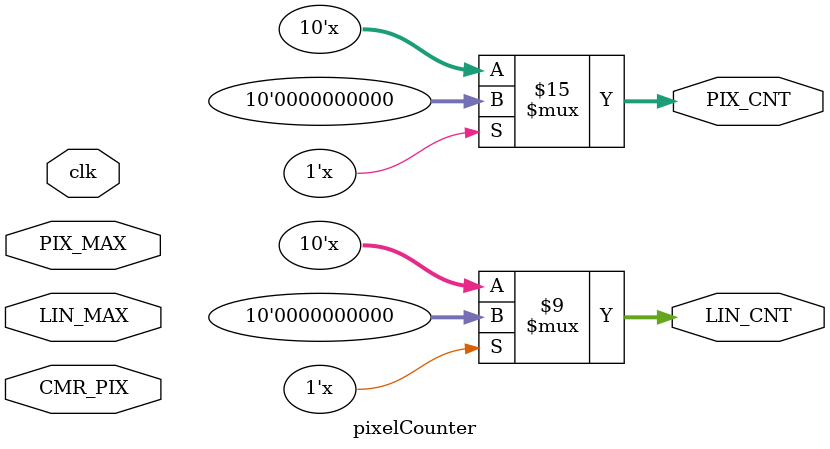
<source format=v>
`timescale 1ns / 1ps


module pixelCounter(
    input clk,
    input CMR_PIX,
    input PIX_MAX,
    input LIN_MAX,
    output reg [0:9] PIX_CNT,
    output reg [0:9] LIN_CNT
    );
    
    reg TMR;
    
    always @(clk) begin // 24Mhz because also inverts
        TMR = TMR + 1;
        if(TMR == CMR_PIX) begin
        PIX_CNT = PIX_CNT + 1;
        TMR = 0;
        end
        if(PIX_CNT > PIX_MAX) begin
            PIX_CNT  = 0;
            LIN_CNT = LIN_CNT + 1;
        end
        if(LIN_CNT>LIN_MAX) LIN_CNT = 0;
    end
endmodule

</source>
